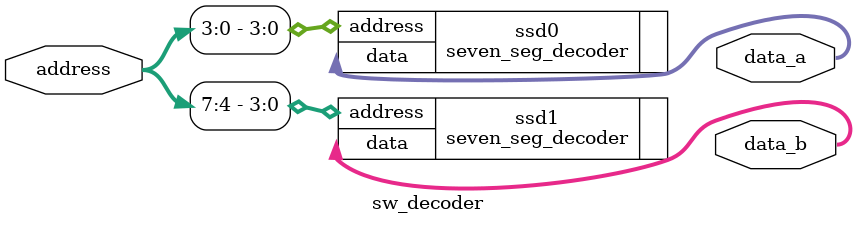
<source format=sv>
module sw_decoder (
    output logic [6:0] data_a, data_b, 
    input  logic [7:0] address
);

seven_seg_decoder ssd0 (
    .address(address[3:0]),
    .data   (data_a      )
);

seven_seg_decoder ssd1 (
    .address(address[7:4]),
    .data   (data_b      )
);

endmodule
</source>
